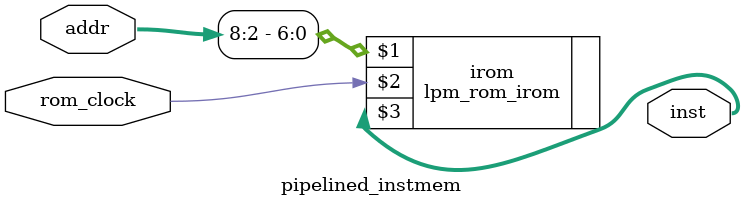
<source format=v>
module pipelined_instmem (addr,inst,rom_clock);
   input  [31:0] addr;
   input         rom_clock;
   output [31:0] inst;  
   
   lpm_rom_irom irom (addr[8:2],rom_clock,inst); 

endmodule 
</source>
